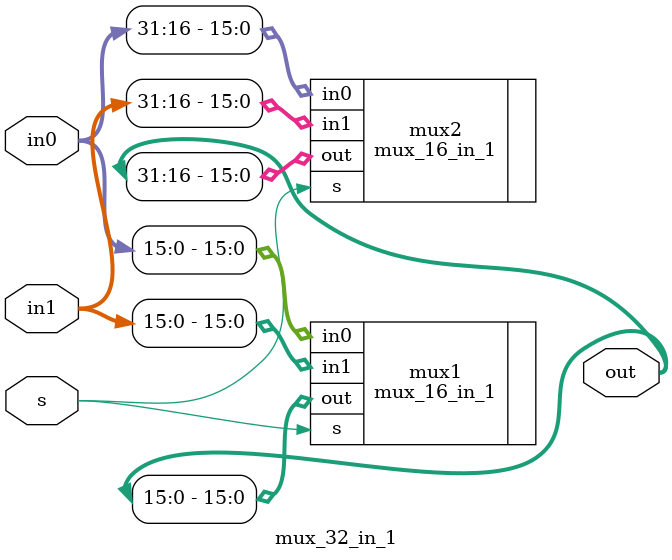
<source format=v>
module mux_32_in_1(
	input [31:0] in0, in1,
	input s,
	output [31:0] out
);

	mux_16_in_1 mux1(
		.in0(in0[15:0]),
		.in1(in1[15:0]),
		.s(s),
		.out(out[15:0])
	);
	
	mux_16_in_1 mux2(
		.in0(in0[31:16]),
		.in1(in1[31:16]),
		.s(s),
		.out(out[31:16])
	);
endmodule

</source>
